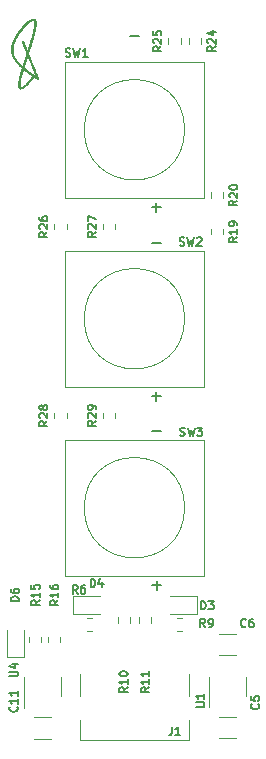
<source format=gto>
%TF.GenerationSoftware,KiCad,Pcbnew,(6.0.5)*%
%TF.CreationDate,2022-11-21T17:11:25+07:00*%
%TF.ProjectId,Smart_P_ESP_3,536d6172-745f-4505-9f45-53505f332e6b,rev?*%
%TF.SameCoordinates,PX88da2e0PY8b54f20*%
%TF.FileFunction,Legend,Top*%
%TF.FilePolarity,Positive*%
%FSLAX46Y46*%
G04 Gerber Fmt 4.6, Leading zero omitted, Abs format (unit mm)*
G04 Created by KiCad (PCBNEW (6.0.5)) date 2022-11-21 17:11:25*
%MOMM*%
%LPD*%
G01*
G04 APERTURE LIST*
%ADD10C,0.150000*%
%ADD11C,0.120000*%
%ADD12C,0.010000*%
G04 APERTURE END LIST*
D10*
%TO.C,R19*%
X19716666Y43000000D02*
X19383333Y42766667D01*
X19716666Y42600000D02*
X19016666Y42600000D01*
X19016666Y42866667D01*
X19050000Y42933334D01*
X19083333Y42966667D01*
X19150000Y43000000D01*
X19250000Y43000000D01*
X19316666Y42966667D01*
X19350000Y42933334D01*
X19383333Y42866667D01*
X19383333Y42600000D01*
X19716666Y43666667D02*
X19716666Y43266667D01*
X19716666Y43466667D02*
X19016666Y43466667D01*
X19116666Y43400000D01*
X19183333Y43333334D01*
X19216666Y43266667D01*
X19716666Y44000000D02*
X19716666Y44133334D01*
X19683333Y44200000D01*
X19650000Y44233334D01*
X19550000Y44300000D01*
X19416666Y44333334D01*
X19150000Y44333334D01*
X19083333Y44300000D01*
X19050000Y44266667D01*
X19016666Y44200000D01*
X19016666Y44066667D01*
X19050000Y44000000D01*
X19083333Y43966667D01*
X19150000Y43933334D01*
X19316666Y43933334D01*
X19383333Y43966667D01*
X19416666Y44000000D01*
X19450000Y44066667D01*
X19450000Y44200000D01*
X19416666Y44266667D01*
X19383333Y44300000D01*
X19316666Y44333334D01*
%TO.C,R6*%
X6183333Y12833334D02*
X5950000Y13166667D01*
X5783333Y12833334D02*
X5783333Y13533334D01*
X6050000Y13533334D01*
X6116666Y13500000D01*
X6150000Y13466667D01*
X6183333Y13400000D01*
X6183333Y13300000D01*
X6150000Y13233334D01*
X6116666Y13200000D01*
X6050000Y13166667D01*
X5783333Y13166667D01*
X6783333Y13533334D02*
X6650000Y13533334D01*
X6583333Y13500000D01*
X6550000Y13466667D01*
X6483333Y13366667D01*
X6450000Y13233334D01*
X6450000Y12966667D01*
X6483333Y12900000D01*
X6516666Y12866667D01*
X6583333Y12833334D01*
X6716666Y12833334D01*
X6783333Y12866667D01*
X6816666Y12900000D01*
X6850000Y12966667D01*
X6850000Y13133334D01*
X6816666Y13200000D01*
X6783333Y13233334D01*
X6716666Y13266667D01*
X6583333Y13266667D01*
X6516666Y13233334D01*
X6483333Y13200000D01*
X6450000Y13133334D01*
%TO.C,SW3*%
X14866666Y26216667D02*
X14966666Y26183334D01*
X15133333Y26183334D01*
X15200000Y26216667D01*
X15233333Y26250000D01*
X15266666Y26316667D01*
X15266666Y26383334D01*
X15233333Y26450000D01*
X15200000Y26483334D01*
X15133333Y26516667D01*
X15000000Y26550000D01*
X14933333Y26583334D01*
X14900000Y26616667D01*
X14866666Y26683334D01*
X14866666Y26750000D01*
X14900000Y26816667D01*
X14933333Y26850000D01*
X15000000Y26883334D01*
X15166666Y26883334D01*
X15266666Y26850000D01*
X15500000Y26883334D02*
X15666666Y26183334D01*
X15800000Y26683334D01*
X15933333Y26183334D01*
X16100000Y26883334D01*
X16300000Y26883334D02*
X16733333Y26883334D01*
X16500000Y26616667D01*
X16600000Y26616667D01*
X16666666Y26583334D01*
X16700000Y26550000D01*
X16733333Y26483334D01*
X16733333Y26316667D01*
X16700000Y26250000D01*
X16666666Y26216667D01*
X16600000Y26183334D01*
X16400000Y26183334D01*
X16333333Y26216667D01*
X16300000Y26250000D01*
X12519047Y13528572D02*
X13280952Y13528572D01*
X12900000Y13147620D02*
X12900000Y13909524D01*
X12519047Y26578572D02*
X13280952Y26578572D01*
%TO.C,R28*%
X3636666Y27450000D02*
X3303333Y27216667D01*
X3636666Y27050000D02*
X2936666Y27050000D01*
X2936666Y27316667D01*
X2970000Y27383334D01*
X3003333Y27416667D01*
X3070000Y27450000D01*
X3170000Y27450000D01*
X3236666Y27416667D01*
X3270000Y27383334D01*
X3303333Y27316667D01*
X3303333Y27050000D01*
X3003333Y27716667D02*
X2970000Y27750000D01*
X2936666Y27816667D01*
X2936666Y27983334D01*
X2970000Y28050000D01*
X3003333Y28083334D01*
X3070000Y28116667D01*
X3136666Y28116667D01*
X3236666Y28083334D01*
X3636666Y27683334D01*
X3636666Y28116667D01*
X3236666Y28516667D02*
X3203333Y28450000D01*
X3170000Y28416667D01*
X3103333Y28383334D01*
X3070000Y28383334D01*
X3003333Y28416667D01*
X2970000Y28450000D01*
X2936666Y28516667D01*
X2936666Y28650000D01*
X2970000Y28716667D01*
X3003333Y28750000D01*
X3070000Y28783334D01*
X3103333Y28783334D01*
X3170000Y28750000D01*
X3203333Y28716667D01*
X3236666Y28650000D01*
X3236666Y28516667D01*
X3270000Y28450000D01*
X3303333Y28416667D01*
X3370000Y28383334D01*
X3503333Y28383334D01*
X3570000Y28416667D01*
X3603333Y28450000D01*
X3636666Y28516667D01*
X3636666Y28650000D01*
X3603333Y28716667D01*
X3570000Y28750000D01*
X3503333Y28783334D01*
X3370000Y28783334D01*
X3303333Y28750000D01*
X3270000Y28716667D01*
X3236666Y28650000D01*
%TO.C,SW2*%
X14816666Y42316667D02*
X14916666Y42283334D01*
X15083333Y42283334D01*
X15150000Y42316667D01*
X15183333Y42350000D01*
X15216666Y42416667D01*
X15216666Y42483334D01*
X15183333Y42550000D01*
X15150000Y42583334D01*
X15083333Y42616667D01*
X14950000Y42650000D01*
X14883333Y42683334D01*
X14850000Y42716667D01*
X14816666Y42783334D01*
X14816666Y42850000D01*
X14850000Y42916667D01*
X14883333Y42950000D01*
X14950000Y42983334D01*
X15116666Y42983334D01*
X15216666Y42950000D01*
X15450000Y42983334D02*
X15616666Y42283334D01*
X15750000Y42783334D01*
X15883333Y42283334D01*
X16050000Y42983334D01*
X16283333Y42916667D02*
X16316666Y42950000D01*
X16383333Y42983334D01*
X16550000Y42983334D01*
X16616666Y42950000D01*
X16650000Y42916667D01*
X16683333Y42850000D01*
X16683333Y42783334D01*
X16650000Y42683334D01*
X16250000Y42283334D01*
X16683333Y42283334D01*
X12469047Y29528572D02*
X13230952Y29528572D01*
X12850000Y29147620D02*
X12850000Y29909524D01*
X12469047Y42528572D02*
X13230952Y42528572D01*
%TO.C,D6*%
X1216666Y12183334D02*
X516666Y12183334D01*
X516666Y12350000D01*
X550000Y12450000D01*
X616666Y12516667D01*
X683333Y12550000D01*
X816666Y12583334D01*
X916666Y12583334D01*
X1050000Y12550000D01*
X1116666Y12516667D01*
X1183333Y12450000D01*
X1216666Y12350000D01*
X1216666Y12183334D01*
X516666Y13183334D02*
X516666Y13050000D01*
X550000Y12983334D01*
X583333Y12950000D01*
X683333Y12883334D01*
X816666Y12850000D01*
X1083333Y12850000D01*
X1150000Y12883334D01*
X1183333Y12916667D01*
X1216666Y12983334D01*
X1216666Y13116667D01*
X1183333Y13183334D01*
X1150000Y13216667D01*
X1083333Y13250000D01*
X916666Y13250000D01*
X850000Y13216667D01*
X816666Y13183334D01*
X783333Y13116667D01*
X783333Y12983334D01*
X816666Y12916667D01*
X850000Y12883334D01*
X916666Y12850000D01*
%TO.C,R29*%
X7736666Y27450000D02*
X7403333Y27216667D01*
X7736666Y27050000D02*
X7036666Y27050000D01*
X7036666Y27316667D01*
X7070000Y27383334D01*
X7103333Y27416667D01*
X7170000Y27450000D01*
X7270000Y27450000D01*
X7336666Y27416667D01*
X7370000Y27383334D01*
X7403333Y27316667D01*
X7403333Y27050000D01*
X7103333Y27716667D02*
X7070000Y27750000D01*
X7036666Y27816667D01*
X7036666Y27983334D01*
X7070000Y28050000D01*
X7103333Y28083334D01*
X7170000Y28116667D01*
X7236666Y28116667D01*
X7336666Y28083334D01*
X7736666Y27683334D01*
X7736666Y28116667D01*
X7736666Y28450000D02*
X7736666Y28583334D01*
X7703333Y28650000D01*
X7670000Y28683334D01*
X7570000Y28750000D01*
X7436666Y28783334D01*
X7170000Y28783334D01*
X7103333Y28750000D01*
X7070000Y28716667D01*
X7036666Y28650000D01*
X7036666Y28516667D01*
X7070000Y28450000D01*
X7103333Y28416667D01*
X7170000Y28383334D01*
X7336666Y28383334D01*
X7403333Y28416667D01*
X7436666Y28450000D01*
X7470000Y28516667D01*
X7470000Y28650000D01*
X7436666Y28716667D01*
X7403333Y28750000D01*
X7336666Y28783334D01*
%TO.C,C6*%
X20433333Y10050000D02*
X20400000Y10016667D01*
X20300000Y9983334D01*
X20233333Y9983334D01*
X20133333Y10016667D01*
X20066666Y10083334D01*
X20033333Y10150000D01*
X20000000Y10283334D01*
X20000000Y10383334D01*
X20033333Y10516667D01*
X20066666Y10583334D01*
X20133333Y10650000D01*
X20233333Y10683334D01*
X20300000Y10683334D01*
X20400000Y10650000D01*
X20433333Y10616667D01*
X21033333Y10683334D02*
X20900000Y10683334D01*
X20833333Y10650000D01*
X20800000Y10616667D01*
X20733333Y10516667D01*
X20700000Y10383334D01*
X20700000Y10116667D01*
X20733333Y10050000D01*
X20766666Y10016667D01*
X20833333Y9983334D01*
X20966666Y9983334D01*
X21033333Y10016667D01*
X21066666Y10050000D01*
X21100000Y10116667D01*
X21100000Y10283334D01*
X21066666Y10350000D01*
X21033333Y10383334D01*
X20966666Y10416667D01*
X20833333Y10416667D01*
X20766666Y10383334D01*
X20733333Y10350000D01*
X20700000Y10283334D01*
%TO.C,C11*%
X1050000Y3250000D02*
X1083333Y3216667D01*
X1116666Y3116667D01*
X1116666Y3050000D01*
X1083333Y2950000D01*
X1016666Y2883334D01*
X950000Y2850000D01*
X816666Y2816667D01*
X716666Y2816667D01*
X583333Y2850000D01*
X516666Y2883334D01*
X450000Y2950000D01*
X416666Y3050000D01*
X416666Y3116667D01*
X450000Y3216667D01*
X483333Y3250000D01*
X1116666Y3916667D02*
X1116666Y3516667D01*
X1116666Y3716667D02*
X416666Y3716667D01*
X516666Y3650000D01*
X583333Y3583334D01*
X616666Y3516667D01*
X1116666Y4583334D02*
X1116666Y4183334D01*
X1116666Y4383334D02*
X416666Y4383334D01*
X516666Y4316667D01*
X583333Y4250000D01*
X616666Y4183334D01*
%TO.C,R24*%
X17866666Y59150000D02*
X17533333Y58916667D01*
X17866666Y58750000D02*
X17166666Y58750000D01*
X17166666Y59016667D01*
X17200000Y59083334D01*
X17233333Y59116667D01*
X17300000Y59150000D01*
X17400000Y59150000D01*
X17466666Y59116667D01*
X17500000Y59083334D01*
X17533333Y59016667D01*
X17533333Y58750000D01*
X17233333Y59416667D02*
X17200000Y59450000D01*
X17166666Y59516667D01*
X17166666Y59683334D01*
X17200000Y59750000D01*
X17233333Y59783334D01*
X17300000Y59816667D01*
X17366666Y59816667D01*
X17466666Y59783334D01*
X17866666Y59383334D01*
X17866666Y59816667D01*
X17400000Y60416667D02*
X17866666Y60416667D01*
X17133333Y60250000D02*
X17633333Y60083334D01*
X17633333Y60516667D01*
%TO.C,D3*%
X16633333Y11483334D02*
X16633333Y12183334D01*
X16800000Y12183334D01*
X16900000Y12150000D01*
X16966666Y12083334D01*
X17000000Y12016667D01*
X17033333Y11883334D01*
X17033333Y11783334D01*
X17000000Y11650000D01*
X16966666Y11583334D01*
X16900000Y11516667D01*
X16800000Y11483334D01*
X16633333Y11483334D01*
X17266666Y12183334D02*
X17700000Y12183334D01*
X17466666Y11916667D01*
X17566666Y11916667D01*
X17633333Y11883334D01*
X17666666Y11850000D01*
X17700000Y11783334D01*
X17700000Y11616667D01*
X17666666Y11550000D01*
X17633333Y11516667D01*
X17566666Y11483334D01*
X17366666Y11483334D01*
X17300000Y11516667D01*
X17266666Y11550000D01*
%TO.C,D4*%
X7283333Y13383334D02*
X7283333Y14083334D01*
X7450000Y14083334D01*
X7550000Y14050000D01*
X7616666Y13983334D01*
X7650000Y13916667D01*
X7683333Y13783334D01*
X7683333Y13683334D01*
X7650000Y13550000D01*
X7616666Y13483334D01*
X7550000Y13416667D01*
X7450000Y13383334D01*
X7283333Y13383334D01*
X8283333Y13850000D02*
X8283333Y13383334D01*
X8116666Y14116667D02*
X7950000Y13616667D01*
X8383333Y13616667D01*
%TO.C,C5*%
X21500000Y3483334D02*
X21533333Y3450000D01*
X21566666Y3350000D01*
X21566666Y3283334D01*
X21533333Y3183334D01*
X21466666Y3116667D01*
X21400000Y3083334D01*
X21266666Y3050000D01*
X21166666Y3050000D01*
X21033333Y3083334D01*
X20966666Y3116667D01*
X20900000Y3183334D01*
X20866666Y3283334D01*
X20866666Y3350000D01*
X20900000Y3450000D01*
X20933333Y3483334D01*
X20866666Y4116667D02*
X20866666Y3783334D01*
X21200000Y3750000D01*
X21166666Y3783334D01*
X21133333Y3850000D01*
X21133333Y4016667D01*
X21166666Y4083334D01*
X21200000Y4116667D01*
X21266666Y4150000D01*
X21433333Y4150000D01*
X21500000Y4116667D01*
X21533333Y4083334D01*
X21566666Y4016667D01*
X21566666Y3850000D01*
X21533333Y3783334D01*
X21500000Y3750000D01*
%TO.C,R9*%
X16983333Y9983334D02*
X16750000Y10316667D01*
X16583333Y9983334D02*
X16583333Y10683334D01*
X16850000Y10683334D01*
X16916666Y10650000D01*
X16950000Y10616667D01*
X16983333Y10550000D01*
X16983333Y10450000D01*
X16950000Y10383334D01*
X16916666Y10350000D01*
X16850000Y10316667D01*
X16583333Y10316667D01*
X17316666Y9983334D02*
X17450000Y9983334D01*
X17516666Y10016667D01*
X17550000Y10050000D01*
X17616666Y10150000D01*
X17650000Y10283334D01*
X17650000Y10550000D01*
X17616666Y10616667D01*
X17583333Y10650000D01*
X17516666Y10683334D01*
X17383333Y10683334D01*
X17316666Y10650000D01*
X17283333Y10616667D01*
X17250000Y10550000D01*
X17250000Y10383334D01*
X17283333Y10316667D01*
X17316666Y10283334D01*
X17383333Y10250000D01*
X17516666Y10250000D01*
X17583333Y10283334D01*
X17616666Y10316667D01*
X17650000Y10383334D01*
%TO.C,R27*%
X7736666Y43450000D02*
X7403333Y43216667D01*
X7736666Y43050000D02*
X7036666Y43050000D01*
X7036666Y43316667D01*
X7070000Y43383334D01*
X7103333Y43416667D01*
X7170000Y43450000D01*
X7270000Y43450000D01*
X7336666Y43416667D01*
X7370000Y43383334D01*
X7403333Y43316667D01*
X7403333Y43050000D01*
X7103333Y43716667D02*
X7070000Y43750000D01*
X7036666Y43816667D01*
X7036666Y43983334D01*
X7070000Y44050000D01*
X7103333Y44083334D01*
X7170000Y44116667D01*
X7236666Y44116667D01*
X7336666Y44083334D01*
X7736666Y43683334D01*
X7736666Y44116667D01*
X7036666Y44350000D02*
X7036666Y44816667D01*
X7736666Y44516667D01*
%TO.C,U4*%
X416666Y5816667D02*
X983333Y5816667D01*
X1050000Y5850000D01*
X1083333Y5883334D01*
X1116666Y5950000D01*
X1116666Y6083334D01*
X1083333Y6150000D01*
X1050000Y6183334D01*
X983333Y6216667D01*
X416666Y6216667D01*
X650000Y6850000D02*
X1116666Y6850000D01*
X383333Y6683334D02*
X883333Y6516667D01*
X883333Y6950000D01*
%TO.C,R15*%
X2966666Y12250000D02*
X2633333Y12016667D01*
X2966666Y11850000D02*
X2266666Y11850000D01*
X2266666Y12116667D01*
X2300000Y12183334D01*
X2333333Y12216667D01*
X2400000Y12250000D01*
X2500000Y12250000D01*
X2566666Y12216667D01*
X2600000Y12183334D01*
X2633333Y12116667D01*
X2633333Y11850000D01*
X2966666Y12916667D02*
X2966666Y12516667D01*
X2966666Y12716667D02*
X2266666Y12716667D01*
X2366666Y12650000D01*
X2433333Y12583334D01*
X2466666Y12516667D01*
X2266666Y13550000D02*
X2266666Y13216667D01*
X2600000Y13183334D01*
X2566666Y13216667D01*
X2533333Y13283334D01*
X2533333Y13450000D01*
X2566666Y13516667D01*
X2600000Y13550000D01*
X2666666Y13583334D01*
X2833333Y13583334D01*
X2900000Y13550000D01*
X2933333Y13516667D01*
X2966666Y13450000D01*
X2966666Y13283334D01*
X2933333Y13216667D01*
X2900000Y13183334D01*
%TO.C,R25*%
X13286666Y59150000D02*
X12953333Y58916667D01*
X13286666Y58750000D02*
X12586666Y58750000D01*
X12586666Y59016667D01*
X12620000Y59083334D01*
X12653333Y59116667D01*
X12720000Y59150000D01*
X12820000Y59150000D01*
X12886666Y59116667D01*
X12920000Y59083334D01*
X12953333Y59016667D01*
X12953333Y58750000D01*
X12653333Y59416667D02*
X12620000Y59450000D01*
X12586666Y59516667D01*
X12586666Y59683334D01*
X12620000Y59750000D01*
X12653333Y59783334D01*
X12720000Y59816667D01*
X12786666Y59816667D01*
X12886666Y59783334D01*
X13286666Y59383334D01*
X13286666Y59816667D01*
X12586666Y60450000D02*
X12586666Y60116667D01*
X12920000Y60083334D01*
X12886666Y60116667D01*
X12853333Y60183334D01*
X12853333Y60350000D01*
X12886666Y60416667D01*
X12920000Y60450000D01*
X12986666Y60483334D01*
X13153333Y60483334D01*
X13220000Y60450000D01*
X13253333Y60416667D01*
X13286666Y60350000D01*
X13286666Y60183334D01*
X13253333Y60116667D01*
X13220000Y60083334D01*
%TO.C,R26*%
X3636666Y43450000D02*
X3303333Y43216667D01*
X3636666Y43050000D02*
X2936666Y43050000D01*
X2936666Y43316667D01*
X2970000Y43383334D01*
X3003333Y43416667D01*
X3070000Y43450000D01*
X3170000Y43450000D01*
X3236666Y43416667D01*
X3270000Y43383334D01*
X3303333Y43316667D01*
X3303333Y43050000D01*
X3003333Y43716667D02*
X2970000Y43750000D01*
X2936666Y43816667D01*
X2936666Y43983334D01*
X2970000Y44050000D01*
X3003333Y44083334D01*
X3070000Y44116667D01*
X3136666Y44116667D01*
X3236666Y44083334D01*
X3636666Y43683334D01*
X3636666Y44116667D01*
X2936666Y44716667D02*
X2936666Y44583334D01*
X2970000Y44516667D01*
X3003333Y44483334D01*
X3103333Y44416667D01*
X3236666Y44383334D01*
X3503333Y44383334D01*
X3570000Y44416667D01*
X3603333Y44450000D01*
X3636666Y44516667D01*
X3636666Y44650000D01*
X3603333Y44716667D01*
X3570000Y44750000D01*
X3503333Y44783334D01*
X3336666Y44783334D01*
X3270000Y44750000D01*
X3236666Y44716667D01*
X3203333Y44650000D01*
X3203333Y44516667D01*
X3236666Y44450000D01*
X3270000Y44416667D01*
X3336666Y44383334D01*
%TO.C,R16*%
X4566666Y12250000D02*
X4233333Y12016667D01*
X4566666Y11850000D02*
X3866666Y11850000D01*
X3866666Y12116667D01*
X3900000Y12183334D01*
X3933333Y12216667D01*
X4000000Y12250000D01*
X4100000Y12250000D01*
X4166666Y12216667D01*
X4200000Y12183334D01*
X4233333Y12116667D01*
X4233333Y11850000D01*
X4566666Y12916667D02*
X4566666Y12516667D01*
X4566666Y12716667D02*
X3866666Y12716667D01*
X3966666Y12650000D01*
X4033333Y12583334D01*
X4066666Y12516667D01*
X3866666Y13516667D02*
X3866666Y13383334D01*
X3900000Y13316667D01*
X3933333Y13283334D01*
X4033333Y13216667D01*
X4166666Y13183334D01*
X4433333Y13183334D01*
X4500000Y13216667D01*
X4533333Y13250000D01*
X4566666Y13316667D01*
X4566666Y13450000D01*
X4533333Y13516667D01*
X4500000Y13550000D01*
X4433333Y13583334D01*
X4266666Y13583334D01*
X4200000Y13550000D01*
X4166666Y13516667D01*
X4133333Y13450000D01*
X4133333Y13316667D01*
X4166666Y13250000D01*
X4200000Y13216667D01*
X4266666Y13183334D01*
%TO.C,J1*%
X14166666Y1533334D02*
X14166666Y1033334D01*
X14133333Y933334D01*
X14066666Y866667D01*
X13966666Y833334D01*
X13900000Y833334D01*
X14866666Y833334D02*
X14466666Y833334D01*
X14666666Y833334D02*
X14666666Y1533334D01*
X14600000Y1433334D01*
X14533333Y1366667D01*
X14466666Y1333334D01*
%TO.C,SW1*%
X5166666Y58316667D02*
X5266666Y58283334D01*
X5433333Y58283334D01*
X5500000Y58316667D01*
X5533333Y58350000D01*
X5566666Y58416667D01*
X5566666Y58483334D01*
X5533333Y58550000D01*
X5500000Y58583334D01*
X5433333Y58616667D01*
X5300000Y58650000D01*
X5233333Y58683334D01*
X5200000Y58716667D01*
X5166666Y58783334D01*
X5166666Y58850000D01*
X5200000Y58916667D01*
X5233333Y58950000D01*
X5300000Y58983334D01*
X5466666Y58983334D01*
X5566666Y58950000D01*
X5800000Y58983334D02*
X5966666Y58283334D01*
X6100000Y58783334D01*
X6233333Y58283334D01*
X6400000Y58983334D01*
X7033333Y58283334D02*
X6633333Y58283334D01*
X6833333Y58283334D02*
X6833333Y58983334D01*
X6766666Y58883334D01*
X6700000Y58816667D01*
X6633333Y58783334D01*
X12469047Y45528572D02*
X13230952Y45528572D01*
X12850000Y45147620D02*
X12850000Y45909524D01*
X10619047Y60028572D02*
X11380952Y60028572D01*
%TO.C,U1*%
X16216666Y3216667D02*
X16783333Y3216667D01*
X16850000Y3250000D01*
X16883333Y3283334D01*
X16916666Y3350000D01*
X16916666Y3483334D01*
X16883333Y3550000D01*
X16850000Y3583334D01*
X16783333Y3616667D01*
X16216666Y3616667D01*
X16916666Y4316667D02*
X16916666Y3916667D01*
X16916666Y4116667D02*
X16216666Y4116667D01*
X16316666Y4050000D01*
X16383333Y3983334D01*
X16416666Y3916667D01*
%TO.C,R20*%
X19716666Y46100000D02*
X19383333Y45866667D01*
X19716666Y45700000D02*
X19016666Y45700000D01*
X19016666Y45966667D01*
X19050000Y46033334D01*
X19083333Y46066667D01*
X19150000Y46100000D01*
X19250000Y46100000D01*
X19316666Y46066667D01*
X19350000Y46033334D01*
X19383333Y45966667D01*
X19383333Y45700000D01*
X19083333Y46366667D02*
X19050000Y46400000D01*
X19016666Y46466667D01*
X19016666Y46633334D01*
X19050000Y46700000D01*
X19083333Y46733334D01*
X19150000Y46766667D01*
X19216666Y46766667D01*
X19316666Y46733334D01*
X19716666Y46333334D01*
X19716666Y46766667D01*
X19016666Y47200000D02*
X19016666Y47266667D01*
X19050000Y47333334D01*
X19083333Y47366667D01*
X19150000Y47400000D01*
X19283333Y47433334D01*
X19450000Y47433334D01*
X19583333Y47400000D01*
X19650000Y47366667D01*
X19683333Y47333334D01*
X19716666Y47266667D01*
X19716666Y47200000D01*
X19683333Y47133334D01*
X19650000Y47100000D01*
X19583333Y47066667D01*
X19450000Y47033334D01*
X19283333Y47033334D01*
X19150000Y47066667D01*
X19083333Y47100000D01*
X19050000Y47133334D01*
X19016666Y47200000D01*
%TO.C,R10*%
X10416666Y4900000D02*
X10083333Y4666667D01*
X10416666Y4500000D02*
X9716666Y4500000D01*
X9716666Y4766667D01*
X9750000Y4833334D01*
X9783333Y4866667D01*
X9850000Y4900000D01*
X9950000Y4900000D01*
X10016666Y4866667D01*
X10050000Y4833334D01*
X10083333Y4766667D01*
X10083333Y4500000D01*
X10416666Y5566667D02*
X10416666Y5166667D01*
X10416666Y5366667D02*
X9716666Y5366667D01*
X9816666Y5300000D01*
X9883333Y5233334D01*
X9916666Y5166667D01*
X9716666Y6000000D02*
X9716666Y6066667D01*
X9750000Y6133334D01*
X9783333Y6166667D01*
X9850000Y6200000D01*
X9983333Y6233334D01*
X10150000Y6233334D01*
X10283333Y6200000D01*
X10350000Y6166667D01*
X10383333Y6133334D01*
X10416666Y6066667D01*
X10416666Y6000000D01*
X10383333Y5933334D01*
X10350000Y5900000D01*
X10283333Y5866667D01*
X10150000Y5833334D01*
X9983333Y5833334D01*
X9850000Y5866667D01*
X9783333Y5900000D01*
X9750000Y5933334D01*
X9716666Y6000000D01*
%TO.C,R11*%
X12266666Y4900000D02*
X11933333Y4666667D01*
X12266666Y4500000D02*
X11566666Y4500000D01*
X11566666Y4766667D01*
X11600000Y4833334D01*
X11633333Y4866667D01*
X11700000Y4900000D01*
X11800000Y4900000D01*
X11866666Y4866667D01*
X11900000Y4833334D01*
X11933333Y4766667D01*
X11933333Y4500000D01*
X12266666Y5566667D02*
X12266666Y5166667D01*
X12266666Y5366667D02*
X11566666Y5366667D01*
X11666666Y5300000D01*
X11733333Y5233334D01*
X11766666Y5166667D01*
X12266666Y6233334D02*
X12266666Y5833334D01*
X12266666Y6033334D02*
X11566666Y6033334D01*
X11666666Y5966667D01*
X11733333Y5900000D01*
X11766666Y5833334D01*
D11*
%TO.C,R19*%
X17477500Y43237742D02*
X17477500Y43712258D01*
X18522500Y43237742D02*
X18522500Y43712258D01*
%TO.C,R6*%
X7437258Y9677500D02*
X6962742Y9677500D01*
X7437258Y10722500D02*
X6962742Y10722500D01*
%TO.C,SW3*%
X5150000Y25850000D02*
X16850000Y25850000D01*
X16850000Y25850000D02*
X16850000Y14350000D01*
X16850000Y14350000D02*
X5150000Y14350000D01*
X5150000Y14350000D02*
X5150000Y25850000D01*
X15250000Y20100000D02*
G75*
G03*
X15250000Y20100000I-4250000J0D01*
G01*
%TO.C,R28*%
X4227500Y27662742D02*
X4227500Y28137258D01*
X5272500Y27662742D02*
X5272500Y28137258D01*
%TO.C,SW2*%
X5150000Y41850000D02*
X16850000Y41850000D01*
X16850000Y41850000D02*
X16850000Y30350000D01*
X16850000Y30350000D02*
X5150000Y30350000D01*
X5150000Y30350000D02*
X5150000Y41850000D01*
X15250000Y36100000D02*
G75*
G03*
X15250000Y36100000I-4250000J0D01*
G01*
%TO.C,G\u002A\u002A\u002A*%
G36*
X1400176Y57404187D02*
G01*
X1359798Y57440270D01*
X1313770Y57483058D01*
X1264289Y57530377D01*
X1213555Y57580053D01*
X1163765Y57629911D01*
X1117118Y57677775D01*
X1075811Y57721473D01*
X1044305Y57756250D01*
X942253Y57878443D01*
X852539Y57999177D01*
X774953Y58118961D01*
X709286Y58238301D01*
X655327Y58357706D01*
X612868Y58477683D01*
X581699Y58598738D01*
X561611Y58721380D01*
X552393Y58846115D01*
X552523Y58892900D01*
X681076Y58892900D01*
X681405Y58842141D01*
X682315Y58801109D01*
X684009Y58766836D01*
X686687Y58736357D01*
X690550Y58706703D01*
X695799Y58674908D01*
X695848Y58674631D01*
X719869Y58563785D01*
X752307Y58455554D01*
X793641Y58349072D01*
X844352Y58243475D01*
X904921Y58137896D01*
X975827Y58031472D01*
X1057550Y57923336D01*
X1150572Y57812622D01*
X1212010Y57744595D01*
X1230967Y57724658D01*
X1255259Y57699942D01*
X1283551Y57671723D01*
X1314511Y57641279D01*
X1346804Y57609887D01*
X1379097Y57578826D01*
X1410056Y57549373D01*
X1438348Y57522805D01*
X1462640Y57500399D01*
X1481598Y57483435D01*
X1493887Y57473188D01*
X1497931Y57470680D01*
X1501114Y57476374D01*
X1507381Y57492320D01*
X1516060Y57516638D01*
X1526481Y57547449D01*
X1537972Y57582871D01*
X1538081Y57583213D01*
X1546084Y57608282D01*
X1557576Y57644142D01*
X1572141Y57689501D01*
X1589363Y57743066D01*
X1608826Y57803544D01*
X1630114Y57869642D01*
X1652810Y57940068D01*
X1676498Y58013527D01*
X1700762Y58088728D01*
X1717016Y58139077D01*
X1740270Y58211367D01*
X1762270Y58280283D01*
X1782714Y58344850D01*
X1801303Y58404094D01*
X1817734Y58457040D01*
X1831708Y58502715D01*
X1842925Y58540142D01*
X1851083Y58568349D01*
X1855882Y58586360D01*
X1857068Y58593102D01*
X1854242Y58600559D01*
X1846975Y58618864D01*
X1835635Y58647108D01*
X1820591Y58684385D01*
X1802210Y58729788D01*
X1780860Y58782407D01*
X1756909Y58841338D01*
X1730725Y58905672D01*
X1702676Y58974501D01*
X1673130Y59046919D01*
X1662123Y59073875D01*
X1632064Y59147628D01*
X1603366Y59218326D01*
X1576402Y59285042D01*
X1551541Y59346842D01*
X1529155Y59402798D01*
X1509614Y59451978D01*
X1493288Y59493451D01*
X1480549Y59526288D01*
X1471767Y59549556D01*
X1467313Y59562326D01*
X1466850Y59564118D01*
X1469298Y59584515D01*
X1481206Y59603371D01*
X1499460Y59617355D01*
X1520945Y59623137D01*
X1522026Y59623150D01*
X1550167Y59617703D01*
X1574032Y59603008D01*
X1590960Y59581540D01*
X1598290Y59555772D01*
X1598400Y59552175D01*
X1600707Y59544281D01*
X1607312Y59525993D01*
X1617736Y59498492D01*
X1631502Y59462960D01*
X1648132Y59420578D01*
X1667148Y59372528D01*
X1688073Y59319990D01*
X1710428Y59264147D01*
X1733736Y59206180D01*
X1757520Y59147270D01*
X1781301Y59088599D01*
X1804603Y59031347D01*
X1826946Y58976698D01*
X1847854Y58925831D01*
X1866848Y58879928D01*
X1883452Y58840172D01*
X1897186Y58807742D01*
X1907575Y58783821D01*
X1914139Y58769590D01*
X1916307Y58765976D01*
X1919211Y58771869D01*
X1925499Y58788956D01*
X1934871Y58816276D01*
X1947022Y58852872D01*
X1961652Y58897783D01*
X1978456Y58950051D01*
X1997132Y59008716D01*
X2017378Y59072818D01*
X2038892Y59141399D01*
X2061370Y59213500D01*
X2084510Y59288160D01*
X2108010Y59364421D01*
X2131567Y59441324D01*
X2154878Y59517909D01*
X2177640Y59593216D01*
X2185686Y59619975D01*
X2240147Y59803882D01*
X2289668Y59976398D01*
X2334312Y60137807D01*
X2374142Y60288393D01*
X2409221Y60428439D01*
X2439611Y60558228D01*
X2465376Y60678043D01*
X2486578Y60788168D01*
X2503280Y60888885D01*
X2515544Y60980479D01*
X2523435Y61063232D01*
X2527013Y61137427D01*
X2527259Y61159850D01*
X2524713Y61229722D01*
X2516937Y61288026D01*
X2503927Y61334772D01*
X2485681Y61369969D01*
X2462194Y61393624D01*
X2433461Y61405746D01*
X2415359Y61407500D01*
X2375587Y61402463D01*
X2329047Y61387704D01*
X2276467Y61363751D01*
X2218577Y61331133D01*
X2156105Y61290378D01*
X2089781Y61242015D01*
X2020333Y61186573D01*
X1948491Y61124579D01*
X1874984Y61056563D01*
X1800540Y60983052D01*
X1734702Y60914095D01*
X1605559Y60770628D01*
X1482859Y60625308D01*
X1367095Y60478908D01*
X1258762Y60332202D01*
X1158351Y60185962D01*
X1066357Y60040961D01*
X983272Y59897973D01*
X909590Y59757771D01*
X845803Y59621127D01*
X792405Y59488816D01*
X754842Y59378021D01*
X728041Y59283771D01*
X707884Y59196065D01*
X693778Y59111012D01*
X685132Y59024718D01*
X681354Y58933291D01*
X681076Y58892900D01*
X552523Y58892900D01*
X552675Y58946875D01*
X561655Y59071010D01*
X579996Y59195302D01*
X608024Y59321007D01*
X646063Y59449379D01*
X694437Y59581672D01*
X751490Y59714814D01*
X803815Y59822951D01*
X863059Y59934071D01*
X928520Y60047335D01*
X999494Y60161904D01*
X1075278Y60276940D01*
X1155169Y60391602D01*
X1238465Y60505053D01*
X1324462Y60616454D01*
X1412457Y60724965D01*
X1501747Y60829749D01*
X1591630Y60929966D01*
X1681402Y61024777D01*
X1770360Y61113344D01*
X1857801Y61194827D01*
X1943023Y61268388D01*
X2025322Y61333189D01*
X2103995Y61388390D01*
X2178339Y61433152D01*
X2202022Y61445600D01*
X2257702Y61471591D01*
X2306941Y61489679D01*
X2352543Y61500669D01*
X2397312Y61505366D01*
X2411200Y61505670D01*
X2459559Y61502897D01*
X2499669Y61493436D01*
X2534667Y61476219D01*
X2563762Y61453774D01*
X2591895Y61423093D01*
X2614883Y61385930D01*
X2632745Y61341768D01*
X2645500Y61290087D01*
X2653165Y61230369D01*
X2655760Y61162095D01*
X2653303Y61084749D01*
X2645813Y60997810D01*
X2633309Y60900761D01*
X2615809Y60793084D01*
X2593332Y60674259D01*
X2592019Y60667725D01*
X2576122Y60591232D01*
X2558656Y60511948D01*
X2539455Y60429288D01*
X2518349Y60342668D01*
X2495172Y60251501D01*
X2469754Y60155203D01*
X2441930Y60053187D01*
X2411529Y59944869D01*
X2378386Y59829663D01*
X2342331Y59706983D01*
X2303198Y59576245D01*
X2260817Y59436862D01*
X2215023Y59288250D01*
X2165645Y59129823D01*
X2112518Y58960995D01*
X2055472Y58781182D01*
X2012817Y58647520D01*
X1990188Y58576765D01*
X2412923Y57539445D01*
X2457699Y57429602D01*
X2501271Y57322774D01*
X2543388Y57219569D01*
X2583804Y57120595D01*
X2622268Y57026458D01*
X2658531Y56937766D01*
X2692346Y56855127D01*
X2723463Y56779149D01*
X2751633Y56710438D01*
X2776607Y56649603D01*
X2798137Y56597251D01*
X2815973Y56553989D01*
X2829867Y56520425D01*
X2839571Y56497166D01*
X2844834Y56484820D01*
X2845639Y56483075D01*
X2853372Y56465861D01*
X2854111Y56452917D01*
X2847056Y56439525D01*
X2835992Y56426146D01*
X2814546Y56408479D01*
X2791354Y56402915D01*
X2765652Y56409443D01*
X2740725Y56424898D01*
X2728247Y56433887D01*
X2706822Y56448777D01*
X2678088Y56468453D01*
X2643684Y56491800D01*
X2605247Y56517701D01*
X2564417Y56545042D01*
X2557250Y56549823D01*
X2408768Y56649627D01*
X2267100Y56746481D01*
X2132903Y56839913D01*
X2006836Y56929454D01*
X1889557Y57014631D01*
X1781726Y57094975D01*
X1684000Y57170015D01*
X1630202Y57212526D01*
X1569929Y57260737D01*
X1561603Y57237031D01*
X1556341Y57220866D01*
X1548143Y57194179D01*
X1537501Y57158674D01*
X1524908Y57116058D01*
X1510856Y57068035D01*
X1495839Y57016312D01*
X1480347Y56962594D01*
X1464875Y56908586D01*
X1449914Y56855995D01*
X1435957Y56806525D01*
X1423497Y56761882D01*
X1413026Y56723772D01*
X1408056Y56705325D01*
X1375250Y56577383D01*
X1346858Y56456319D01*
X1322912Y56342549D01*
X1303446Y56236489D01*
X1288491Y56138557D01*
X1278082Y56049167D01*
X1272250Y55968736D01*
X1271030Y55897681D01*
X1274454Y55836418D01*
X1282554Y55785362D01*
X1295364Y55744932D01*
X1312917Y55715541D01*
X1328595Y55701396D01*
X1350052Y55694717D01*
X1379464Y55697146D01*
X1416189Y55708442D01*
X1459587Y55728364D01*
X1509016Y55756672D01*
X1553500Y55785904D01*
X1609472Y55826761D01*
X1666420Y55872784D01*
X1725008Y55924663D01*
X1785901Y55983087D01*
X1849763Y56048747D01*
X1917259Y56122332D01*
X1989053Y56204535D01*
X2065810Y56296043D01*
X2148195Y56397548D01*
X2175872Y56432275D01*
X2202538Y56465471D01*
X2227306Y56495559D01*
X2248865Y56521007D01*
X2265906Y56540283D01*
X2277118Y56551852D01*
X2280164Y56554288D01*
X2305682Y56562055D01*
X2333220Y56559669D01*
X2357896Y56547636D01*
X2359912Y56546011D01*
X2368503Y56538556D01*
X2374843Y56531549D01*
X2378371Y56523972D01*
X2378527Y56514807D01*
X2374750Y56503036D01*
X2366479Y56487641D01*
X2353153Y56467603D01*
X2334211Y56441904D01*
X2309094Y56409527D01*
X2277240Y56369453D01*
X2238088Y56320664D01*
X2230823Y56311625D01*
X2159805Y56224894D01*
X2089082Y56141662D01*
X2019624Y56062969D01*
X1952405Y55989851D01*
X1888398Y55923348D01*
X1828573Y55864496D01*
X1773905Y55814333D01*
X1731750Y55778931D01*
X1653917Y55720431D01*
X1581117Y55672797D01*
X1513502Y55636094D01*
X1451223Y55610387D01*
X1394432Y55595742D01*
X1343283Y55592225D01*
X1308730Y55596926D01*
X1264269Y55612972D01*
X1227129Y55638404D01*
X1196865Y55673737D01*
X1173030Y55719483D01*
X1155853Y55773406D01*
X1150888Y55802509D01*
X1147463Y55841568D01*
X1145573Y55887930D01*
X1145216Y55938946D01*
X1146389Y55991964D01*
X1149088Y56044333D01*
X1153310Y56093403D01*
X1156270Y56117950D01*
X1170059Y56210080D01*
X1187146Y56306982D01*
X1207738Y56409521D01*
X1232046Y56518561D01*
X1260280Y56634966D01*
X1292650Y56759601D01*
X1329364Y56893331D01*
X1370633Y57037020D01*
X1416536Y57191100D01*
X1428678Y57231109D01*
X1439752Y57267379D01*
X1449178Y57298024D01*
X1456371Y57321155D01*
X1460752Y57334884D01*
X1461664Y57337526D01*
X1459717Y57345167D01*
X1449453Y57358182D01*
X1430233Y57377264D01*
X1428256Y57379038D01*
X1611428Y57379038D01*
X1612050Y57372540D01*
X1612835Y57371373D01*
X1631903Y57354746D01*
X1660020Y57331649D01*
X1695927Y57303034D01*
X1738368Y57269853D01*
X1786085Y57233058D01*
X1837822Y57193601D01*
X1892320Y57152434D01*
X1948322Y57110508D01*
X2004572Y57068776D01*
X2059812Y57028190D01*
X2112784Y56989701D01*
X2162231Y56954262D01*
X2185368Y56937893D01*
X2222670Y56911742D01*
X2264182Y56882824D01*
X2308715Y56851949D01*
X2355083Y56819929D01*
X2402099Y56787575D01*
X2448574Y56755698D01*
X2493322Y56725109D01*
X2535155Y56696620D01*
X2572885Y56671041D01*
X2605326Y56649184D01*
X2631290Y56631860D01*
X2649589Y56619880D01*
X2659037Y56614056D01*
X2660015Y56613622D01*
X2658845Y56619150D01*
X2653399Y56634950D01*
X2644235Y56659553D01*
X2631915Y56691490D01*
X2616999Y56729290D01*
X2600048Y56771484D01*
X2596515Y56780190D01*
X2531501Y56940136D01*
X2469152Y57093444D01*
X2409593Y57239812D01*
X2352946Y57378940D01*
X2299336Y57510526D01*
X2248884Y57634268D01*
X2201715Y57749863D01*
X2157953Y57857012D01*
X2117720Y57955412D01*
X2081140Y58044761D01*
X2048337Y58124758D01*
X2019433Y58195100D01*
X1994553Y58255488D01*
X1973819Y58305618D01*
X1957356Y58345189D01*
X1945286Y58373900D01*
X1937733Y58391449D01*
X1934820Y58397533D01*
X1934809Y58397536D01*
X1932272Y58391659D01*
X1926200Y58374649D01*
X1916909Y58347474D01*
X1904715Y58311104D01*
X1889932Y58266507D01*
X1872877Y58214652D01*
X1853864Y58156509D01*
X1833208Y58093046D01*
X1811226Y58025233D01*
X1788231Y57954038D01*
X1764541Y57880431D01*
X1740469Y57805380D01*
X1716332Y57729854D01*
X1692445Y57654823D01*
X1669122Y57581255D01*
X1667257Y57575354D01*
X1649462Y57518660D01*
X1635437Y57472954D01*
X1624901Y57437188D01*
X1617574Y57410313D01*
X1613176Y57391279D01*
X1611428Y57379038D01*
X1428256Y57379038D01*
X1401415Y57403110D01*
X1400176Y57404187D01*
G37*
D12*
X1400176Y57404187D02*
X1359798Y57440270D01*
X1313770Y57483058D01*
X1264289Y57530377D01*
X1213555Y57580053D01*
X1163765Y57629911D01*
X1117118Y57677775D01*
X1075811Y57721473D01*
X1044305Y57756250D01*
X942253Y57878443D01*
X852539Y57999177D01*
X774953Y58118961D01*
X709286Y58238301D01*
X655327Y58357706D01*
X612868Y58477683D01*
X581699Y58598738D01*
X561611Y58721380D01*
X552393Y58846115D01*
X552523Y58892900D01*
X681076Y58892900D01*
X681405Y58842141D01*
X682315Y58801109D01*
X684009Y58766836D01*
X686687Y58736357D01*
X690550Y58706703D01*
X695799Y58674908D01*
X695848Y58674631D01*
X719869Y58563785D01*
X752307Y58455554D01*
X793641Y58349072D01*
X844352Y58243475D01*
X904921Y58137896D01*
X975827Y58031472D01*
X1057550Y57923336D01*
X1150572Y57812622D01*
X1212010Y57744595D01*
X1230967Y57724658D01*
X1255259Y57699942D01*
X1283551Y57671723D01*
X1314511Y57641279D01*
X1346804Y57609887D01*
X1379097Y57578826D01*
X1410056Y57549373D01*
X1438348Y57522805D01*
X1462640Y57500399D01*
X1481598Y57483435D01*
X1493887Y57473188D01*
X1497931Y57470680D01*
X1501114Y57476374D01*
X1507381Y57492320D01*
X1516060Y57516638D01*
X1526481Y57547449D01*
X1537972Y57582871D01*
X1538081Y57583213D01*
X1546084Y57608282D01*
X1557576Y57644142D01*
X1572141Y57689501D01*
X1589363Y57743066D01*
X1608826Y57803544D01*
X1630114Y57869642D01*
X1652810Y57940068D01*
X1676498Y58013527D01*
X1700762Y58088728D01*
X1717016Y58139077D01*
X1740270Y58211367D01*
X1762270Y58280283D01*
X1782714Y58344850D01*
X1801303Y58404094D01*
X1817734Y58457040D01*
X1831708Y58502715D01*
X1842925Y58540142D01*
X1851083Y58568349D01*
X1855882Y58586360D01*
X1857068Y58593102D01*
X1854242Y58600559D01*
X1846975Y58618864D01*
X1835635Y58647108D01*
X1820591Y58684385D01*
X1802210Y58729788D01*
X1780860Y58782407D01*
X1756909Y58841338D01*
X1730725Y58905672D01*
X1702676Y58974501D01*
X1673130Y59046919D01*
X1662123Y59073875D01*
X1632064Y59147628D01*
X1603366Y59218326D01*
X1576402Y59285042D01*
X1551541Y59346842D01*
X1529155Y59402798D01*
X1509614Y59451978D01*
X1493288Y59493451D01*
X1480549Y59526288D01*
X1471767Y59549556D01*
X1467313Y59562326D01*
X1466850Y59564118D01*
X1469298Y59584515D01*
X1481206Y59603371D01*
X1499460Y59617355D01*
X1520945Y59623137D01*
X1522026Y59623150D01*
X1550167Y59617703D01*
X1574032Y59603008D01*
X1590960Y59581540D01*
X1598290Y59555772D01*
X1598400Y59552175D01*
X1600707Y59544281D01*
X1607312Y59525993D01*
X1617736Y59498492D01*
X1631502Y59462960D01*
X1648132Y59420578D01*
X1667148Y59372528D01*
X1688073Y59319990D01*
X1710428Y59264147D01*
X1733736Y59206180D01*
X1757520Y59147270D01*
X1781301Y59088599D01*
X1804603Y59031347D01*
X1826946Y58976698D01*
X1847854Y58925831D01*
X1866848Y58879928D01*
X1883452Y58840172D01*
X1897186Y58807742D01*
X1907575Y58783821D01*
X1914139Y58769590D01*
X1916307Y58765976D01*
X1919211Y58771869D01*
X1925499Y58788956D01*
X1934871Y58816276D01*
X1947022Y58852872D01*
X1961652Y58897783D01*
X1978456Y58950051D01*
X1997132Y59008716D01*
X2017378Y59072818D01*
X2038892Y59141399D01*
X2061370Y59213500D01*
X2084510Y59288160D01*
X2108010Y59364421D01*
X2131567Y59441324D01*
X2154878Y59517909D01*
X2177640Y59593216D01*
X2185686Y59619975D01*
X2240147Y59803882D01*
X2289668Y59976398D01*
X2334312Y60137807D01*
X2374142Y60288393D01*
X2409221Y60428439D01*
X2439611Y60558228D01*
X2465376Y60678043D01*
X2486578Y60788168D01*
X2503280Y60888885D01*
X2515544Y60980479D01*
X2523435Y61063232D01*
X2527013Y61137427D01*
X2527259Y61159850D01*
X2524713Y61229722D01*
X2516937Y61288026D01*
X2503927Y61334772D01*
X2485681Y61369969D01*
X2462194Y61393624D01*
X2433461Y61405746D01*
X2415359Y61407500D01*
X2375587Y61402463D01*
X2329047Y61387704D01*
X2276467Y61363751D01*
X2218577Y61331133D01*
X2156105Y61290378D01*
X2089781Y61242015D01*
X2020333Y61186573D01*
X1948491Y61124579D01*
X1874984Y61056563D01*
X1800540Y60983052D01*
X1734702Y60914095D01*
X1605559Y60770628D01*
X1482859Y60625308D01*
X1367095Y60478908D01*
X1258762Y60332202D01*
X1158351Y60185962D01*
X1066357Y60040961D01*
X983272Y59897973D01*
X909590Y59757771D01*
X845803Y59621127D01*
X792405Y59488816D01*
X754842Y59378021D01*
X728041Y59283771D01*
X707884Y59196065D01*
X693778Y59111012D01*
X685132Y59024718D01*
X681354Y58933291D01*
X681076Y58892900D01*
X552523Y58892900D01*
X552675Y58946875D01*
X561655Y59071010D01*
X579996Y59195302D01*
X608024Y59321007D01*
X646063Y59449379D01*
X694437Y59581672D01*
X751490Y59714814D01*
X803815Y59822951D01*
X863059Y59934071D01*
X928520Y60047335D01*
X999494Y60161904D01*
X1075278Y60276940D01*
X1155169Y60391602D01*
X1238465Y60505053D01*
X1324462Y60616454D01*
X1412457Y60724965D01*
X1501747Y60829749D01*
X1591630Y60929966D01*
X1681402Y61024777D01*
X1770360Y61113344D01*
X1857801Y61194827D01*
X1943023Y61268388D01*
X2025322Y61333189D01*
X2103995Y61388390D01*
X2178339Y61433152D01*
X2202022Y61445600D01*
X2257702Y61471591D01*
X2306941Y61489679D01*
X2352543Y61500669D01*
X2397312Y61505366D01*
X2411200Y61505670D01*
X2459559Y61502897D01*
X2499669Y61493436D01*
X2534667Y61476219D01*
X2563762Y61453774D01*
X2591895Y61423093D01*
X2614883Y61385930D01*
X2632745Y61341768D01*
X2645500Y61290087D01*
X2653165Y61230369D01*
X2655760Y61162095D01*
X2653303Y61084749D01*
X2645813Y60997810D01*
X2633309Y60900761D01*
X2615809Y60793084D01*
X2593332Y60674259D01*
X2592019Y60667725D01*
X2576122Y60591232D01*
X2558656Y60511948D01*
X2539455Y60429288D01*
X2518349Y60342668D01*
X2495172Y60251501D01*
X2469754Y60155203D01*
X2441930Y60053187D01*
X2411529Y59944869D01*
X2378386Y59829663D01*
X2342331Y59706983D01*
X2303198Y59576245D01*
X2260817Y59436862D01*
X2215023Y59288250D01*
X2165645Y59129823D01*
X2112518Y58960995D01*
X2055472Y58781182D01*
X2012817Y58647520D01*
X1990188Y58576765D01*
X2412923Y57539445D01*
X2457699Y57429602D01*
X2501271Y57322774D01*
X2543388Y57219569D01*
X2583804Y57120595D01*
X2622268Y57026458D01*
X2658531Y56937766D01*
X2692346Y56855127D01*
X2723463Y56779149D01*
X2751633Y56710438D01*
X2776607Y56649603D01*
X2798137Y56597251D01*
X2815973Y56553989D01*
X2829867Y56520425D01*
X2839571Y56497166D01*
X2844834Y56484820D01*
X2845639Y56483075D01*
X2853372Y56465861D01*
X2854111Y56452917D01*
X2847056Y56439525D01*
X2835992Y56426146D01*
X2814546Y56408479D01*
X2791354Y56402915D01*
X2765652Y56409443D01*
X2740725Y56424898D01*
X2728247Y56433887D01*
X2706822Y56448777D01*
X2678088Y56468453D01*
X2643684Y56491800D01*
X2605247Y56517701D01*
X2564417Y56545042D01*
X2557250Y56549823D01*
X2408768Y56649627D01*
X2267100Y56746481D01*
X2132903Y56839913D01*
X2006836Y56929454D01*
X1889557Y57014631D01*
X1781726Y57094975D01*
X1684000Y57170015D01*
X1630202Y57212526D01*
X1569929Y57260737D01*
X1561603Y57237031D01*
X1556341Y57220866D01*
X1548143Y57194179D01*
X1537501Y57158674D01*
X1524908Y57116058D01*
X1510856Y57068035D01*
X1495839Y57016312D01*
X1480347Y56962594D01*
X1464875Y56908586D01*
X1449914Y56855995D01*
X1435957Y56806525D01*
X1423497Y56761882D01*
X1413026Y56723772D01*
X1408056Y56705325D01*
X1375250Y56577383D01*
X1346858Y56456319D01*
X1322912Y56342549D01*
X1303446Y56236489D01*
X1288491Y56138557D01*
X1278082Y56049167D01*
X1272250Y55968736D01*
X1271030Y55897681D01*
X1274454Y55836418D01*
X1282554Y55785362D01*
X1295364Y55744932D01*
X1312917Y55715541D01*
X1328595Y55701396D01*
X1350052Y55694717D01*
X1379464Y55697146D01*
X1416189Y55708442D01*
X1459587Y55728364D01*
X1509016Y55756672D01*
X1553500Y55785904D01*
X1609472Y55826761D01*
X1666420Y55872784D01*
X1725008Y55924663D01*
X1785901Y55983087D01*
X1849763Y56048747D01*
X1917259Y56122332D01*
X1989053Y56204535D01*
X2065810Y56296043D01*
X2148195Y56397548D01*
X2175872Y56432275D01*
X2202538Y56465471D01*
X2227306Y56495559D01*
X2248865Y56521007D01*
X2265906Y56540283D01*
X2277118Y56551852D01*
X2280164Y56554288D01*
X2305682Y56562055D01*
X2333220Y56559669D01*
X2357896Y56547636D01*
X2359912Y56546011D01*
X2368503Y56538556D01*
X2374843Y56531549D01*
X2378371Y56523972D01*
X2378527Y56514807D01*
X2374750Y56503036D01*
X2366479Y56487641D01*
X2353153Y56467603D01*
X2334211Y56441904D01*
X2309094Y56409527D01*
X2277240Y56369453D01*
X2238088Y56320664D01*
X2230823Y56311625D01*
X2159805Y56224894D01*
X2089082Y56141662D01*
X2019624Y56062969D01*
X1952405Y55989851D01*
X1888398Y55923348D01*
X1828573Y55864496D01*
X1773905Y55814333D01*
X1731750Y55778931D01*
X1653917Y55720431D01*
X1581117Y55672797D01*
X1513502Y55636094D01*
X1451223Y55610387D01*
X1394432Y55595742D01*
X1343283Y55592225D01*
X1308730Y55596926D01*
X1264269Y55612972D01*
X1227129Y55638404D01*
X1196865Y55673737D01*
X1173030Y55719483D01*
X1155853Y55773406D01*
X1150888Y55802509D01*
X1147463Y55841568D01*
X1145573Y55887930D01*
X1145216Y55938946D01*
X1146389Y55991964D01*
X1149088Y56044333D01*
X1153310Y56093403D01*
X1156270Y56117950D01*
X1170059Y56210080D01*
X1187146Y56306982D01*
X1207738Y56409521D01*
X1232046Y56518561D01*
X1260280Y56634966D01*
X1292650Y56759601D01*
X1329364Y56893331D01*
X1370633Y57037020D01*
X1416536Y57191100D01*
X1428678Y57231109D01*
X1439752Y57267379D01*
X1449178Y57298024D01*
X1456371Y57321155D01*
X1460752Y57334884D01*
X1461664Y57337526D01*
X1459717Y57345167D01*
X1449453Y57358182D01*
X1430233Y57377264D01*
X1428256Y57379038D01*
X1611428Y57379038D01*
X1612050Y57372540D01*
X1612835Y57371373D01*
X1631903Y57354746D01*
X1660020Y57331649D01*
X1695927Y57303034D01*
X1738368Y57269853D01*
X1786085Y57233058D01*
X1837822Y57193601D01*
X1892320Y57152434D01*
X1948322Y57110508D01*
X2004572Y57068776D01*
X2059812Y57028190D01*
X2112784Y56989701D01*
X2162231Y56954262D01*
X2185368Y56937893D01*
X2222670Y56911742D01*
X2264182Y56882824D01*
X2308715Y56851949D01*
X2355083Y56819929D01*
X2402099Y56787575D01*
X2448574Y56755698D01*
X2493322Y56725109D01*
X2535155Y56696620D01*
X2572885Y56671041D01*
X2605326Y56649184D01*
X2631290Y56631860D01*
X2649589Y56619880D01*
X2659037Y56614056D01*
X2660015Y56613622D01*
X2658845Y56619150D01*
X2653399Y56634950D01*
X2644235Y56659553D01*
X2631915Y56691490D01*
X2616999Y56729290D01*
X2600048Y56771484D01*
X2596515Y56780190D01*
X2531501Y56940136D01*
X2469152Y57093444D01*
X2409593Y57239812D01*
X2352946Y57378940D01*
X2299336Y57510526D01*
X2248884Y57634268D01*
X2201715Y57749863D01*
X2157953Y57857012D01*
X2117720Y57955412D01*
X2081140Y58044761D01*
X2048337Y58124758D01*
X2019433Y58195100D01*
X1994553Y58255488D01*
X1973819Y58305618D01*
X1957356Y58345189D01*
X1945286Y58373900D01*
X1937733Y58391449D01*
X1934820Y58397533D01*
X1934809Y58397536D01*
X1932272Y58391659D01*
X1926200Y58374649D01*
X1916909Y58347474D01*
X1904715Y58311104D01*
X1889932Y58266507D01*
X1872877Y58214652D01*
X1853864Y58156509D01*
X1833208Y58093046D01*
X1811226Y58025233D01*
X1788231Y57954038D01*
X1764541Y57880431D01*
X1740469Y57805380D01*
X1716332Y57729854D01*
X1692445Y57654823D01*
X1669122Y57581255D01*
X1667257Y57575354D01*
X1649462Y57518660D01*
X1635437Y57472954D01*
X1624901Y57437188D01*
X1617574Y57410313D01*
X1613176Y57391279D01*
X1611428Y57379038D01*
X1428256Y57379038D01*
X1401415Y57403110D01*
X1400176Y57404187D01*
D11*
%TO.C,D6*%
X215000Y7465000D02*
X1685000Y7465000D01*
X1685000Y7465000D02*
X1685000Y9750000D01*
X215000Y9750000D02*
X215000Y7465000D01*
%TO.C,R29*%
X8327500Y27662742D02*
X8327500Y28137258D01*
X9372500Y27662742D02*
X9372500Y28137258D01*
%TO.C,C6*%
X18188748Y9410000D02*
X19611252Y9410000D01*
X18188748Y7590000D02*
X19611252Y7590000D01*
%TO.C,C11*%
X3911252Y2360000D02*
X2488748Y2360000D01*
X3911252Y540000D02*
X2488748Y540000D01*
%TO.C,R24*%
X15577500Y59362742D02*
X15577500Y59837258D01*
X16622500Y59362742D02*
X16622500Y59837258D01*
%TO.C,D3*%
X16285000Y12585000D02*
X14000000Y12585000D01*
X16285000Y11115000D02*
X16285000Y12585000D01*
X14000000Y11115000D02*
X16285000Y11115000D01*
%TO.C,D4*%
X5765000Y12585000D02*
X5765000Y11115000D01*
X5765000Y11115000D02*
X8050000Y11115000D01*
X8050000Y12585000D02*
X5765000Y12585000D01*
%TO.C,C5*%
X19611252Y590000D02*
X18188748Y590000D01*
X19611252Y2410000D02*
X18188748Y2410000D01*
%TO.C,R9*%
X14562742Y9677500D02*
X15037258Y9677500D01*
X14562742Y10722500D02*
X15037258Y10722500D01*
%TO.C,R27*%
X9372500Y43662742D02*
X9372500Y44137258D01*
X8327500Y43662742D02*
X8327500Y44137258D01*
%TO.C,U4*%
X4760000Y4950000D02*
X4760000Y5750000D01*
X4760000Y4950000D02*
X4760000Y4150000D01*
X1640000Y4950000D02*
X1640000Y5750000D01*
X1640000Y4950000D02*
X1640000Y3150000D01*
%TO.C,R15*%
X3122500Y8712742D02*
X3122500Y9187258D01*
X2077500Y8712742D02*
X2077500Y9187258D01*
%TO.C,R25*%
X13877500Y59362742D02*
X13877500Y59837258D01*
X14922500Y59362742D02*
X14922500Y59837258D01*
%TO.C,R26*%
X4227500Y43662742D02*
X4227500Y44137258D01*
X5272500Y43662742D02*
X5272500Y44137258D01*
%TO.C,R16*%
X3677500Y9187258D02*
X3677500Y8712742D01*
X4722500Y9187258D02*
X4722500Y8712742D01*
%TO.C,J1*%
X6420000Y415000D02*
X6420000Y2120000D01*
X15580000Y2120000D02*
X15580000Y415000D01*
X15580000Y415000D02*
X6420000Y415000D01*
X15580000Y4130000D02*
X15580000Y6050000D01*
X6420000Y6050000D02*
X6420000Y4130000D01*
%TO.C,SW1*%
X5150000Y57850000D02*
X16850000Y57850000D01*
X16850000Y57850000D02*
X16850000Y46350000D01*
X16850000Y46350000D02*
X5150000Y46350000D01*
X5150000Y46350000D02*
X5150000Y57850000D01*
X15250000Y52100000D02*
G75*
G03*
X15250000Y52100000I-4250000J0D01*
G01*
%TO.C,U1*%
X17340000Y5000000D02*
X17340000Y5800000D01*
X20460000Y5000000D02*
X20460000Y5800000D01*
X20460000Y5000000D02*
X20460000Y4200000D01*
X17340000Y5000000D02*
X17340000Y3200000D01*
%TO.C,R20*%
X17477500Y46337742D02*
X17477500Y46812258D01*
X18522500Y46337742D02*
X18522500Y46812258D01*
%TO.C,R10*%
X9577500Y10362742D02*
X9577500Y10837258D01*
X10622500Y10362742D02*
X10622500Y10837258D01*
%TO.C,R11*%
X11377500Y10362742D02*
X11377500Y10837258D01*
X12422500Y10362742D02*
X12422500Y10837258D01*
%TD*%
M02*

</source>
